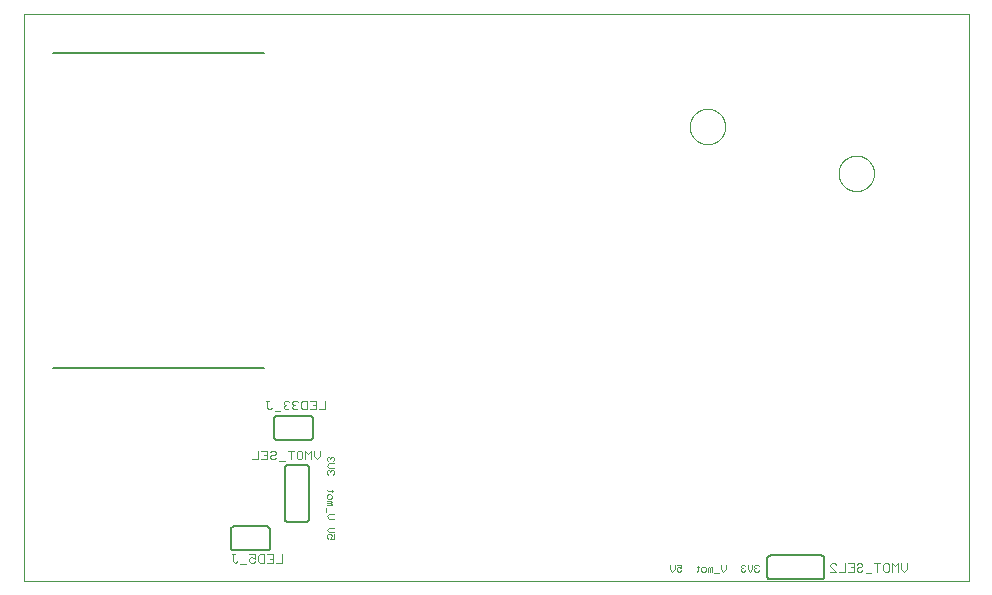
<source format=gbo>
G75*
%MOIN*%
%OFA0B0*%
%FSLAX25Y25*%
%IPPOS*%
%LPD*%
%AMOC8*
5,1,8,0,0,1.08239X$1,22.5*
%
%ADD10C,0.00000*%
%ADD11C,0.00200*%
%ADD12C,0.00600*%
%ADD13C,0.00300*%
%ADD14C,0.00500*%
D10*
X0007131Y0012652D02*
X0007131Y0201628D01*
X0322092Y0201628D01*
X0322092Y0012652D01*
X0007131Y0012652D01*
X0229164Y0164079D02*
X0229166Y0164232D01*
X0229172Y0164386D01*
X0229182Y0164539D01*
X0229196Y0164691D01*
X0229214Y0164844D01*
X0229236Y0164995D01*
X0229261Y0165146D01*
X0229291Y0165297D01*
X0229325Y0165447D01*
X0229362Y0165595D01*
X0229403Y0165743D01*
X0229448Y0165889D01*
X0229497Y0166035D01*
X0229550Y0166179D01*
X0229606Y0166321D01*
X0229666Y0166462D01*
X0229730Y0166602D01*
X0229797Y0166740D01*
X0229868Y0166876D01*
X0229943Y0167010D01*
X0230020Y0167142D01*
X0230102Y0167272D01*
X0230186Y0167400D01*
X0230274Y0167526D01*
X0230365Y0167649D01*
X0230459Y0167770D01*
X0230557Y0167888D01*
X0230657Y0168004D01*
X0230761Y0168117D01*
X0230867Y0168228D01*
X0230976Y0168336D01*
X0231088Y0168441D01*
X0231202Y0168542D01*
X0231320Y0168641D01*
X0231439Y0168737D01*
X0231561Y0168830D01*
X0231686Y0168919D01*
X0231813Y0169006D01*
X0231942Y0169088D01*
X0232073Y0169168D01*
X0232206Y0169244D01*
X0232341Y0169317D01*
X0232478Y0169386D01*
X0232617Y0169451D01*
X0232757Y0169513D01*
X0232899Y0169571D01*
X0233042Y0169626D01*
X0233187Y0169677D01*
X0233333Y0169724D01*
X0233480Y0169767D01*
X0233628Y0169806D01*
X0233777Y0169842D01*
X0233927Y0169873D01*
X0234078Y0169901D01*
X0234229Y0169925D01*
X0234382Y0169945D01*
X0234534Y0169961D01*
X0234687Y0169973D01*
X0234840Y0169981D01*
X0234993Y0169985D01*
X0235147Y0169985D01*
X0235300Y0169981D01*
X0235453Y0169973D01*
X0235606Y0169961D01*
X0235758Y0169945D01*
X0235911Y0169925D01*
X0236062Y0169901D01*
X0236213Y0169873D01*
X0236363Y0169842D01*
X0236512Y0169806D01*
X0236660Y0169767D01*
X0236807Y0169724D01*
X0236953Y0169677D01*
X0237098Y0169626D01*
X0237241Y0169571D01*
X0237383Y0169513D01*
X0237523Y0169451D01*
X0237662Y0169386D01*
X0237799Y0169317D01*
X0237934Y0169244D01*
X0238067Y0169168D01*
X0238198Y0169088D01*
X0238327Y0169006D01*
X0238454Y0168919D01*
X0238579Y0168830D01*
X0238701Y0168737D01*
X0238820Y0168641D01*
X0238938Y0168542D01*
X0239052Y0168441D01*
X0239164Y0168336D01*
X0239273Y0168228D01*
X0239379Y0168117D01*
X0239483Y0168004D01*
X0239583Y0167888D01*
X0239681Y0167770D01*
X0239775Y0167649D01*
X0239866Y0167526D01*
X0239954Y0167400D01*
X0240038Y0167272D01*
X0240120Y0167142D01*
X0240197Y0167010D01*
X0240272Y0166876D01*
X0240343Y0166740D01*
X0240410Y0166602D01*
X0240474Y0166462D01*
X0240534Y0166321D01*
X0240590Y0166179D01*
X0240643Y0166035D01*
X0240692Y0165889D01*
X0240737Y0165743D01*
X0240778Y0165595D01*
X0240815Y0165447D01*
X0240849Y0165297D01*
X0240879Y0165146D01*
X0240904Y0164995D01*
X0240926Y0164844D01*
X0240944Y0164691D01*
X0240958Y0164539D01*
X0240968Y0164386D01*
X0240974Y0164232D01*
X0240976Y0164079D01*
X0240974Y0163926D01*
X0240968Y0163772D01*
X0240958Y0163619D01*
X0240944Y0163467D01*
X0240926Y0163314D01*
X0240904Y0163163D01*
X0240879Y0163012D01*
X0240849Y0162861D01*
X0240815Y0162711D01*
X0240778Y0162563D01*
X0240737Y0162415D01*
X0240692Y0162269D01*
X0240643Y0162123D01*
X0240590Y0161979D01*
X0240534Y0161837D01*
X0240474Y0161696D01*
X0240410Y0161556D01*
X0240343Y0161418D01*
X0240272Y0161282D01*
X0240197Y0161148D01*
X0240120Y0161016D01*
X0240038Y0160886D01*
X0239954Y0160758D01*
X0239866Y0160632D01*
X0239775Y0160509D01*
X0239681Y0160388D01*
X0239583Y0160270D01*
X0239483Y0160154D01*
X0239379Y0160041D01*
X0239273Y0159930D01*
X0239164Y0159822D01*
X0239052Y0159717D01*
X0238938Y0159616D01*
X0238820Y0159517D01*
X0238701Y0159421D01*
X0238579Y0159328D01*
X0238454Y0159239D01*
X0238327Y0159152D01*
X0238198Y0159070D01*
X0238067Y0158990D01*
X0237934Y0158914D01*
X0237799Y0158841D01*
X0237662Y0158772D01*
X0237523Y0158707D01*
X0237383Y0158645D01*
X0237241Y0158587D01*
X0237098Y0158532D01*
X0236953Y0158481D01*
X0236807Y0158434D01*
X0236660Y0158391D01*
X0236512Y0158352D01*
X0236363Y0158316D01*
X0236213Y0158285D01*
X0236062Y0158257D01*
X0235911Y0158233D01*
X0235758Y0158213D01*
X0235606Y0158197D01*
X0235453Y0158185D01*
X0235300Y0158177D01*
X0235147Y0158173D01*
X0234993Y0158173D01*
X0234840Y0158177D01*
X0234687Y0158185D01*
X0234534Y0158197D01*
X0234382Y0158213D01*
X0234229Y0158233D01*
X0234078Y0158257D01*
X0233927Y0158285D01*
X0233777Y0158316D01*
X0233628Y0158352D01*
X0233480Y0158391D01*
X0233333Y0158434D01*
X0233187Y0158481D01*
X0233042Y0158532D01*
X0232899Y0158587D01*
X0232757Y0158645D01*
X0232617Y0158707D01*
X0232478Y0158772D01*
X0232341Y0158841D01*
X0232206Y0158914D01*
X0232073Y0158990D01*
X0231942Y0159070D01*
X0231813Y0159152D01*
X0231686Y0159239D01*
X0231561Y0159328D01*
X0231439Y0159421D01*
X0231320Y0159517D01*
X0231202Y0159616D01*
X0231088Y0159717D01*
X0230976Y0159822D01*
X0230867Y0159930D01*
X0230761Y0160041D01*
X0230657Y0160154D01*
X0230557Y0160270D01*
X0230459Y0160388D01*
X0230365Y0160509D01*
X0230274Y0160632D01*
X0230186Y0160758D01*
X0230102Y0160886D01*
X0230020Y0161016D01*
X0229943Y0161148D01*
X0229868Y0161282D01*
X0229797Y0161418D01*
X0229730Y0161556D01*
X0229666Y0161696D01*
X0229606Y0161837D01*
X0229550Y0161979D01*
X0229497Y0162123D01*
X0229448Y0162269D01*
X0229403Y0162415D01*
X0229362Y0162563D01*
X0229325Y0162711D01*
X0229291Y0162861D01*
X0229261Y0163012D01*
X0229236Y0163163D01*
X0229214Y0163314D01*
X0229196Y0163467D01*
X0229182Y0163619D01*
X0229172Y0163772D01*
X0229166Y0163926D01*
X0229164Y0164079D01*
X0278785Y0148479D02*
X0278787Y0148632D01*
X0278793Y0148786D01*
X0278803Y0148939D01*
X0278817Y0149091D01*
X0278835Y0149244D01*
X0278857Y0149395D01*
X0278882Y0149546D01*
X0278912Y0149697D01*
X0278946Y0149847D01*
X0278983Y0149995D01*
X0279024Y0150143D01*
X0279069Y0150289D01*
X0279118Y0150435D01*
X0279171Y0150579D01*
X0279227Y0150721D01*
X0279287Y0150862D01*
X0279351Y0151002D01*
X0279418Y0151140D01*
X0279489Y0151276D01*
X0279564Y0151410D01*
X0279641Y0151542D01*
X0279723Y0151672D01*
X0279807Y0151800D01*
X0279895Y0151926D01*
X0279986Y0152049D01*
X0280080Y0152170D01*
X0280178Y0152288D01*
X0280278Y0152404D01*
X0280382Y0152517D01*
X0280488Y0152628D01*
X0280597Y0152736D01*
X0280709Y0152841D01*
X0280823Y0152942D01*
X0280941Y0153041D01*
X0281060Y0153137D01*
X0281182Y0153230D01*
X0281307Y0153319D01*
X0281434Y0153406D01*
X0281563Y0153488D01*
X0281694Y0153568D01*
X0281827Y0153644D01*
X0281962Y0153717D01*
X0282099Y0153786D01*
X0282238Y0153851D01*
X0282378Y0153913D01*
X0282520Y0153971D01*
X0282663Y0154026D01*
X0282808Y0154077D01*
X0282954Y0154124D01*
X0283101Y0154167D01*
X0283249Y0154206D01*
X0283398Y0154242D01*
X0283548Y0154273D01*
X0283699Y0154301D01*
X0283850Y0154325D01*
X0284003Y0154345D01*
X0284155Y0154361D01*
X0284308Y0154373D01*
X0284461Y0154381D01*
X0284614Y0154385D01*
X0284768Y0154385D01*
X0284921Y0154381D01*
X0285074Y0154373D01*
X0285227Y0154361D01*
X0285379Y0154345D01*
X0285532Y0154325D01*
X0285683Y0154301D01*
X0285834Y0154273D01*
X0285984Y0154242D01*
X0286133Y0154206D01*
X0286281Y0154167D01*
X0286428Y0154124D01*
X0286574Y0154077D01*
X0286719Y0154026D01*
X0286862Y0153971D01*
X0287004Y0153913D01*
X0287144Y0153851D01*
X0287283Y0153786D01*
X0287420Y0153717D01*
X0287555Y0153644D01*
X0287688Y0153568D01*
X0287819Y0153488D01*
X0287948Y0153406D01*
X0288075Y0153319D01*
X0288200Y0153230D01*
X0288322Y0153137D01*
X0288441Y0153041D01*
X0288559Y0152942D01*
X0288673Y0152841D01*
X0288785Y0152736D01*
X0288894Y0152628D01*
X0289000Y0152517D01*
X0289104Y0152404D01*
X0289204Y0152288D01*
X0289302Y0152170D01*
X0289396Y0152049D01*
X0289487Y0151926D01*
X0289575Y0151800D01*
X0289659Y0151672D01*
X0289741Y0151542D01*
X0289818Y0151410D01*
X0289893Y0151276D01*
X0289964Y0151140D01*
X0290031Y0151002D01*
X0290095Y0150862D01*
X0290155Y0150721D01*
X0290211Y0150579D01*
X0290264Y0150435D01*
X0290313Y0150289D01*
X0290358Y0150143D01*
X0290399Y0149995D01*
X0290436Y0149847D01*
X0290470Y0149697D01*
X0290500Y0149546D01*
X0290525Y0149395D01*
X0290547Y0149244D01*
X0290565Y0149091D01*
X0290579Y0148939D01*
X0290589Y0148786D01*
X0290595Y0148632D01*
X0290597Y0148479D01*
X0290595Y0148326D01*
X0290589Y0148172D01*
X0290579Y0148019D01*
X0290565Y0147867D01*
X0290547Y0147714D01*
X0290525Y0147563D01*
X0290500Y0147412D01*
X0290470Y0147261D01*
X0290436Y0147111D01*
X0290399Y0146963D01*
X0290358Y0146815D01*
X0290313Y0146669D01*
X0290264Y0146523D01*
X0290211Y0146379D01*
X0290155Y0146237D01*
X0290095Y0146096D01*
X0290031Y0145956D01*
X0289964Y0145818D01*
X0289893Y0145682D01*
X0289818Y0145548D01*
X0289741Y0145416D01*
X0289659Y0145286D01*
X0289575Y0145158D01*
X0289487Y0145032D01*
X0289396Y0144909D01*
X0289302Y0144788D01*
X0289204Y0144670D01*
X0289104Y0144554D01*
X0289000Y0144441D01*
X0288894Y0144330D01*
X0288785Y0144222D01*
X0288673Y0144117D01*
X0288559Y0144016D01*
X0288441Y0143917D01*
X0288322Y0143821D01*
X0288200Y0143728D01*
X0288075Y0143639D01*
X0287948Y0143552D01*
X0287819Y0143470D01*
X0287688Y0143390D01*
X0287555Y0143314D01*
X0287420Y0143241D01*
X0287283Y0143172D01*
X0287144Y0143107D01*
X0287004Y0143045D01*
X0286862Y0142987D01*
X0286719Y0142932D01*
X0286574Y0142881D01*
X0286428Y0142834D01*
X0286281Y0142791D01*
X0286133Y0142752D01*
X0285984Y0142716D01*
X0285834Y0142685D01*
X0285683Y0142657D01*
X0285532Y0142633D01*
X0285379Y0142613D01*
X0285227Y0142597D01*
X0285074Y0142585D01*
X0284921Y0142577D01*
X0284768Y0142573D01*
X0284614Y0142573D01*
X0284461Y0142577D01*
X0284308Y0142585D01*
X0284155Y0142597D01*
X0284003Y0142613D01*
X0283850Y0142633D01*
X0283699Y0142657D01*
X0283548Y0142685D01*
X0283398Y0142716D01*
X0283249Y0142752D01*
X0283101Y0142791D01*
X0282954Y0142834D01*
X0282808Y0142881D01*
X0282663Y0142932D01*
X0282520Y0142987D01*
X0282378Y0143045D01*
X0282238Y0143107D01*
X0282099Y0143172D01*
X0281962Y0143241D01*
X0281827Y0143314D01*
X0281694Y0143390D01*
X0281563Y0143470D01*
X0281434Y0143552D01*
X0281307Y0143639D01*
X0281182Y0143728D01*
X0281060Y0143821D01*
X0280941Y0143917D01*
X0280823Y0144016D01*
X0280709Y0144117D01*
X0280597Y0144222D01*
X0280488Y0144330D01*
X0280382Y0144441D01*
X0280278Y0144554D01*
X0280178Y0144670D01*
X0280080Y0144788D01*
X0279986Y0144909D01*
X0279895Y0145032D01*
X0279807Y0145158D01*
X0279723Y0145286D01*
X0279641Y0145416D01*
X0279564Y0145548D01*
X0279489Y0145682D01*
X0279418Y0145818D01*
X0279351Y0145956D01*
X0279287Y0146096D01*
X0279227Y0146237D01*
X0279171Y0146379D01*
X0279118Y0146523D01*
X0279069Y0146669D01*
X0279024Y0146815D01*
X0278983Y0146963D01*
X0278946Y0147111D01*
X0278912Y0147261D01*
X0278882Y0147412D01*
X0278857Y0147563D01*
X0278835Y0147714D01*
X0278817Y0147867D01*
X0278803Y0148019D01*
X0278793Y0148172D01*
X0278787Y0148326D01*
X0278785Y0148479D01*
D11*
X0110515Y0053611D02*
X0110515Y0052877D01*
X0110148Y0052510D01*
X0110515Y0051769D02*
X0109047Y0051769D01*
X0108313Y0051035D01*
X0109047Y0050301D01*
X0110515Y0050301D01*
X0110148Y0049559D02*
X0109781Y0049559D01*
X0109414Y0049192D01*
X0109047Y0049559D01*
X0108680Y0049559D01*
X0108313Y0049192D01*
X0108313Y0048458D01*
X0108680Y0048091D01*
X0109414Y0048825D02*
X0109414Y0049192D01*
X0110148Y0049559D02*
X0110515Y0049192D01*
X0110515Y0048458D01*
X0110148Y0048091D01*
X0108680Y0052510D02*
X0108313Y0052877D01*
X0108313Y0053611D01*
X0108680Y0053978D01*
X0109047Y0053978D01*
X0109414Y0053611D01*
X0109414Y0053244D01*
X0109414Y0053611D02*
X0109781Y0053978D01*
X0110148Y0053978D01*
X0110515Y0053611D01*
X0109781Y0042932D02*
X0109781Y0042198D01*
X0110148Y0042565D02*
X0108680Y0042565D01*
X0108313Y0042932D01*
X0108680Y0041456D02*
X0109414Y0041456D01*
X0109781Y0041089D01*
X0109781Y0040355D01*
X0109414Y0039988D01*
X0108680Y0039988D01*
X0108313Y0040355D01*
X0108313Y0041089D01*
X0108680Y0041456D01*
X0108313Y0039246D02*
X0109414Y0039246D01*
X0109781Y0038879D01*
X0109414Y0038512D01*
X0108313Y0038512D01*
X0108313Y0037778D02*
X0109781Y0037778D01*
X0109781Y0038145D01*
X0109414Y0038512D01*
X0107946Y0037036D02*
X0107946Y0035568D01*
X0109047Y0034826D02*
X0108313Y0034092D01*
X0109047Y0033358D01*
X0110515Y0033358D01*
X0110515Y0034826D02*
X0109047Y0034826D01*
X0109047Y0030406D02*
X0108313Y0029672D01*
X0109047Y0028938D01*
X0110515Y0028938D01*
X0110515Y0028196D02*
X0110515Y0026729D01*
X0109414Y0026729D01*
X0109781Y0027463D01*
X0109781Y0027829D01*
X0109414Y0028196D01*
X0108680Y0028196D01*
X0108313Y0027829D01*
X0108313Y0027096D01*
X0108680Y0026729D01*
X0109047Y0030406D02*
X0110515Y0030406D01*
X0222677Y0017935D02*
X0222677Y0016467D01*
X0223411Y0015733D01*
X0224145Y0016467D01*
X0224145Y0017935D01*
X0224887Y0017935D02*
X0226355Y0017935D01*
X0226355Y0016834D01*
X0225621Y0017201D01*
X0225254Y0017201D01*
X0224887Y0016834D01*
X0224887Y0016100D01*
X0225254Y0015733D01*
X0225988Y0015733D01*
X0226355Y0016100D01*
X0231514Y0015733D02*
X0231881Y0016100D01*
X0231881Y0017568D01*
X0232248Y0017201D02*
X0231514Y0017201D01*
X0232990Y0016834D02*
X0233357Y0017201D01*
X0234091Y0017201D01*
X0234458Y0016834D01*
X0234458Y0016100D01*
X0234091Y0015733D01*
X0233357Y0015733D01*
X0232990Y0016100D01*
X0232990Y0016834D01*
X0235200Y0016834D02*
X0235567Y0017201D01*
X0235934Y0016834D01*
X0235934Y0015733D01*
X0236668Y0015733D02*
X0236668Y0017201D01*
X0236301Y0017201D01*
X0235934Y0016834D01*
X0235200Y0016834D02*
X0235200Y0015733D01*
X0237410Y0015366D02*
X0238878Y0015366D01*
X0239620Y0016467D02*
X0239620Y0017935D01*
X0239620Y0016467D02*
X0240354Y0015733D01*
X0241088Y0016467D01*
X0241088Y0017935D01*
X0246249Y0017568D02*
X0246249Y0017201D01*
X0246616Y0016834D01*
X0246249Y0016467D01*
X0246249Y0016100D01*
X0246616Y0015733D01*
X0247350Y0015733D01*
X0247717Y0016100D01*
X0248459Y0016467D02*
X0248459Y0017935D01*
X0247717Y0017568D02*
X0247350Y0017935D01*
X0246616Y0017935D01*
X0246249Y0017568D01*
X0246616Y0016834D02*
X0246983Y0016834D01*
X0248459Y0016467D02*
X0249193Y0015733D01*
X0249927Y0016467D01*
X0249927Y0017935D01*
X0250669Y0017568D02*
X0250669Y0017201D01*
X0251036Y0016834D01*
X0250669Y0016467D01*
X0250669Y0016100D01*
X0251036Y0015733D01*
X0251770Y0015733D01*
X0252137Y0016100D01*
X0251403Y0016834D02*
X0251036Y0016834D01*
X0250669Y0017568D02*
X0251036Y0017935D01*
X0251770Y0017935D01*
X0252137Y0017568D01*
D12*
X0255031Y0020115D02*
X0255031Y0014115D01*
X0255033Y0014055D01*
X0255038Y0013994D01*
X0255047Y0013935D01*
X0255060Y0013876D01*
X0255076Y0013817D01*
X0255096Y0013760D01*
X0255119Y0013705D01*
X0255146Y0013650D01*
X0255175Y0013598D01*
X0255208Y0013547D01*
X0255244Y0013498D01*
X0255282Y0013452D01*
X0255324Y0013408D01*
X0255368Y0013366D01*
X0255414Y0013328D01*
X0255463Y0013292D01*
X0255514Y0013259D01*
X0255566Y0013230D01*
X0255621Y0013203D01*
X0255676Y0013180D01*
X0255733Y0013160D01*
X0255792Y0013144D01*
X0255851Y0013131D01*
X0255910Y0013122D01*
X0255971Y0013117D01*
X0256031Y0013115D01*
X0273031Y0013115D01*
X0273091Y0013117D01*
X0273152Y0013122D01*
X0273211Y0013131D01*
X0273270Y0013144D01*
X0273329Y0013160D01*
X0273386Y0013180D01*
X0273441Y0013203D01*
X0273496Y0013230D01*
X0273548Y0013259D01*
X0273599Y0013292D01*
X0273648Y0013328D01*
X0273694Y0013366D01*
X0273738Y0013408D01*
X0273780Y0013452D01*
X0273818Y0013498D01*
X0273854Y0013547D01*
X0273887Y0013598D01*
X0273916Y0013650D01*
X0273943Y0013705D01*
X0273966Y0013760D01*
X0273986Y0013817D01*
X0274002Y0013876D01*
X0274015Y0013935D01*
X0274024Y0013994D01*
X0274029Y0014055D01*
X0274031Y0014115D01*
X0274031Y0020115D01*
X0274029Y0020175D01*
X0274024Y0020236D01*
X0274015Y0020295D01*
X0274002Y0020354D01*
X0273986Y0020413D01*
X0273966Y0020470D01*
X0273943Y0020525D01*
X0273916Y0020580D01*
X0273887Y0020632D01*
X0273854Y0020683D01*
X0273818Y0020732D01*
X0273780Y0020778D01*
X0273738Y0020822D01*
X0273694Y0020864D01*
X0273648Y0020902D01*
X0273599Y0020938D01*
X0273548Y0020971D01*
X0273496Y0021000D01*
X0273441Y0021027D01*
X0273386Y0021050D01*
X0273329Y0021070D01*
X0273270Y0021086D01*
X0273211Y0021099D01*
X0273152Y0021108D01*
X0273091Y0021113D01*
X0273031Y0021115D01*
X0256031Y0021115D01*
X0255971Y0021113D01*
X0255910Y0021108D01*
X0255851Y0021099D01*
X0255792Y0021086D01*
X0255733Y0021070D01*
X0255676Y0021050D01*
X0255621Y0021027D01*
X0255566Y0021000D01*
X0255514Y0020971D01*
X0255463Y0020938D01*
X0255414Y0020902D01*
X0255368Y0020864D01*
X0255324Y0020822D01*
X0255282Y0020778D01*
X0255244Y0020732D01*
X0255208Y0020683D01*
X0255175Y0020632D01*
X0255146Y0020580D01*
X0255119Y0020525D01*
X0255096Y0020470D01*
X0255076Y0020413D01*
X0255060Y0020354D01*
X0255047Y0020295D01*
X0255038Y0020236D01*
X0255033Y0020175D01*
X0255031Y0020115D01*
X0102215Y0033320D02*
X0102215Y0050320D01*
X0102213Y0050380D01*
X0102208Y0050441D01*
X0102199Y0050500D01*
X0102186Y0050559D01*
X0102170Y0050618D01*
X0102150Y0050675D01*
X0102127Y0050730D01*
X0102100Y0050785D01*
X0102071Y0050837D01*
X0102038Y0050888D01*
X0102002Y0050937D01*
X0101964Y0050983D01*
X0101922Y0051027D01*
X0101878Y0051069D01*
X0101832Y0051107D01*
X0101783Y0051143D01*
X0101732Y0051176D01*
X0101680Y0051205D01*
X0101625Y0051232D01*
X0101570Y0051255D01*
X0101513Y0051275D01*
X0101454Y0051291D01*
X0101395Y0051304D01*
X0101336Y0051313D01*
X0101275Y0051318D01*
X0101215Y0051320D01*
X0095215Y0051320D01*
X0095155Y0051318D01*
X0095094Y0051313D01*
X0095035Y0051304D01*
X0094976Y0051291D01*
X0094917Y0051275D01*
X0094860Y0051255D01*
X0094805Y0051232D01*
X0094750Y0051205D01*
X0094698Y0051176D01*
X0094647Y0051143D01*
X0094598Y0051107D01*
X0094552Y0051069D01*
X0094508Y0051027D01*
X0094466Y0050983D01*
X0094428Y0050937D01*
X0094392Y0050888D01*
X0094359Y0050837D01*
X0094330Y0050785D01*
X0094303Y0050730D01*
X0094280Y0050675D01*
X0094260Y0050618D01*
X0094244Y0050559D01*
X0094231Y0050500D01*
X0094222Y0050441D01*
X0094217Y0050380D01*
X0094215Y0050320D01*
X0094215Y0033320D01*
X0094217Y0033260D01*
X0094222Y0033199D01*
X0094231Y0033140D01*
X0094244Y0033081D01*
X0094260Y0033022D01*
X0094280Y0032965D01*
X0094303Y0032910D01*
X0094330Y0032855D01*
X0094359Y0032803D01*
X0094392Y0032752D01*
X0094428Y0032703D01*
X0094466Y0032657D01*
X0094508Y0032613D01*
X0094552Y0032571D01*
X0094598Y0032533D01*
X0094647Y0032497D01*
X0094698Y0032464D01*
X0094750Y0032435D01*
X0094805Y0032408D01*
X0094860Y0032385D01*
X0094917Y0032365D01*
X0094976Y0032349D01*
X0095035Y0032336D01*
X0095094Y0032327D01*
X0095155Y0032322D01*
X0095215Y0032320D01*
X0101215Y0032320D01*
X0101275Y0032322D01*
X0101336Y0032327D01*
X0101395Y0032336D01*
X0101454Y0032349D01*
X0101513Y0032365D01*
X0101570Y0032385D01*
X0101625Y0032408D01*
X0101680Y0032435D01*
X0101732Y0032464D01*
X0101783Y0032497D01*
X0101832Y0032533D01*
X0101878Y0032571D01*
X0101922Y0032613D01*
X0101964Y0032657D01*
X0102002Y0032703D01*
X0102038Y0032752D01*
X0102071Y0032803D01*
X0102100Y0032855D01*
X0102127Y0032910D01*
X0102150Y0032965D01*
X0102170Y0033022D01*
X0102186Y0033081D01*
X0102199Y0033140D01*
X0102208Y0033199D01*
X0102213Y0033260D01*
X0102215Y0033320D01*
X0089198Y0029778D02*
X0089198Y0023778D01*
X0089196Y0023718D01*
X0089191Y0023657D01*
X0089182Y0023598D01*
X0089169Y0023539D01*
X0089153Y0023480D01*
X0089133Y0023423D01*
X0089110Y0023368D01*
X0089083Y0023313D01*
X0089054Y0023261D01*
X0089021Y0023210D01*
X0088985Y0023161D01*
X0088947Y0023115D01*
X0088905Y0023071D01*
X0088861Y0023029D01*
X0088815Y0022991D01*
X0088766Y0022955D01*
X0088715Y0022922D01*
X0088663Y0022893D01*
X0088608Y0022866D01*
X0088553Y0022843D01*
X0088496Y0022823D01*
X0088437Y0022807D01*
X0088378Y0022794D01*
X0088319Y0022785D01*
X0088258Y0022780D01*
X0088198Y0022778D01*
X0077198Y0022778D01*
X0077138Y0022780D01*
X0077077Y0022785D01*
X0077018Y0022794D01*
X0076959Y0022807D01*
X0076900Y0022823D01*
X0076843Y0022843D01*
X0076788Y0022866D01*
X0076733Y0022893D01*
X0076681Y0022922D01*
X0076630Y0022955D01*
X0076581Y0022991D01*
X0076535Y0023029D01*
X0076491Y0023071D01*
X0076449Y0023115D01*
X0076411Y0023161D01*
X0076375Y0023210D01*
X0076342Y0023261D01*
X0076313Y0023313D01*
X0076286Y0023368D01*
X0076263Y0023423D01*
X0076243Y0023480D01*
X0076227Y0023539D01*
X0076214Y0023598D01*
X0076205Y0023657D01*
X0076200Y0023718D01*
X0076198Y0023778D01*
X0076198Y0029778D01*
X0076200Y0029838D01*
X0076205Y0029899D01*
X0076214Y0029958D01*
X0076227Y0030017D01*
X0076243Y0030076D01*
X0076263Y0030133D01*
X0076286Y0030188D01*
X0076313Y0030243D01*
X0076342Y0030295D01*
X0076375Y0030346D01*
X0076411Y0030395D01*
X0076449Y0030441D01*
X0076491Y0030485D01*
X0076535Y0030527D01*
X0076581Y0030565D01*
X0076630Y0030601D01*
X0076681Y0030634D01*
X0076733Y0030663D01*
X0076788Y0030690D01*
X0076843Y0030713D01*
X0076900Y0030733D01*
X0076959Y0030749D01*
X0077018Y0030762D01*
X0077077Y0030771D01*
X0077138Y0030776D01*
X0077198Y0030778D01*
X0088198Y0030778D01*
X0088258Y0030776D01*
X0088319Y0030771D01*
X0088378Y0030762D01*
X0088437Y0030749D01*
X0088496Y0030733D01*
X0088553Y0030713D01*
X0088608Y0030690D01*
X0088663Y0030663D01*
X0088715Y0030634D01*
X0088766Y0030601D01*
X0088815Y0030565D01*
X0088861Y0030527D01*
X0088905Y0030485D01*
X0088947Y0030441D01*
X0088985Y0030395D01*
X0089021Y0030346D01*
X0089054Y0030295D01*
X0089083Y0030243D01*
X0089110Y0030188D01*
X0089133Y0030133D01*
X0089153Y0030076D01*
X0089169Y0030017D01*
X0089182Y0029958D01*
X0089191Y0029899D01*
X0089196Y0029838D01*
X0089198Y0029778D01*
X0091631Y0059715D02*
X0102631Y0059715D01*
X0102691Y0059717D01*
X0102752Y0059722D01*
X0102811Y0059731D01*
X0102870Y0059744D01*
X0102929Y0059760D01*
X0102986Y0059780D01*
X0103041Y0059803D01*
X0103096Y0059830D01*
X0103148Y0059859D01*
X0103199Y0059892D01*
X0103248Y0059928D01*
X0103294Y0059966D01*
X0103338Y0060008D01*
X0103380Y0060052D01*
X0103418Y0060098D01*
X0103454Y0060147D01*
X0103487Y0060198D01*
X0103516Y0060250D01*
X0103543Y0060305D01*
X0103566Y0060360D01*
X0103586Y0060417D01*
X0103602Y0060476D01*
X0103615Y0060535D01*
X0103624Y0060594D01*
X0103629Y0060655D01*
X0103631Y0060715D01*
X0103631Y0066715D01*
X0103629Y0066775D01*
X0103624Y0066836D01*
X0103615Y0066895D01*
X0103602Y0066954D01*
X0103586Y0067013D01*
X0103566Y0067070D01*
X0103543Y0067125D01*
X0103516Y0067180D01*
X0103487Y0067232D01*
X0103454Y0067283D01*
X0103418Y0067332D01*
X0103380Y0067378D01*
X0103338Y0067422D01*
X0103294Y0067464D01*
X0103248Y0067502D01*
X0103199Y0067538D01*
X0103148Y0067571D01*
X0103096Y0067600D01*
X0103041Y0067627D01*
X0102986Y0067650D01*
X0102929Y0067670D01*
X0102870Y0067686D01*
X0102811Y0067699D01*
X0102752Y0067708D01*
X0102691Y0067713D01*
X0102631Y0067715D01*
X0091631Y0067715D01*
X0091571Y0067713D01*
X0091510Y0067708D01*
X0091451Y0067699D01*
X0091392Y0067686D01*
X0091333Y0067670D01*
X0091276Y0067650D01*
X0091221Y0067627D01*
X0091166Y0067600D01*
X0091114Y0067571D01*
X0091063Y0067538D01*
X0091014Y0067502D01*
X0090968Y0067464D01*
X0090924Y0067422D01*
X0090882Y0067378D01*
X0090844Y0067332D01*
X0090808Y0067283D01*
X0090775Y0067232D01*
X0090746Y0067180D01*
X0090719Y0067125D01*
X0090696Y0067070D01*
X0090676Y0067013D01*
X0090660Y0066954D01*
X0090647Y0066895D01*
X0090638Y0066836D01*
X0090633Y0066775D01*
X0090631Y0066715D01*
X0090631Y0060715D01*
X0090633Y0060655D01*
X0090638Y0060594D01*
X0090647Y0060535D01*
X0090660Y0060476D01*
X0090676Y0060417D01*
X0090696Y0060360D01*
X0090719Y0060305D01*
X0090746Y0060250D01*
X0090775Y0060198D01*
X0090808Y0060147D01*
X0090844Y0060098D01*
X0090882Y0060052D01*
X0090924Y0060008D01*
X0090968Y0059966D01*
X0091014Y0059928D01*
X0091063Y0059892D01*
X0091114Y0059859D01*
X0091166Y0059830D01*
X0091221Y0059803D01*
X0091276Y0059780D01*
X0091333Y0059760D01*
X0091392Y0059744D01*
X0091451Y0059731D01*
X0091510Y0059722D01*
X0091571Y0059717D01*
X0091631Y0059715D01*
D13*
X0090732Y0056051D02*
X0091216Y0055567D01*
X0091216Y0055083D01*
X0090732Y0054600D01*
X0089764Y0054600D01*
X0089281Y0054116D01*
X0089281Y0053632D01*
X0089764Y0053148D01*
X0090732Y0053148D01*
X0091216Y0053632D01*
X0092227Y0052665D02*
X0094162Y0052665D01*
X0096141Y0053148D02*
X0096141Y0056051D01*
X0095174Y0056051D02*
X0097109Y0056051D01*
X0098120Y0055567D02*
X0098604Y0056051D01*
X0099571Y0056051D01*
X0100055Y0055567D01*
X0100055Y0053632D01*
X0099571Y0053148D01*
X0098604Y0053148D01*
X0098120Y0053632D01*
X0098120Y0055567D01*
X0101067Y0056051D02*
X0101067Y0053148D01*
X0103002Y0053148D02*
X0103002Y0056051D01*
X0102034Y0055083D01*
X0101067Y0056051D01*
X0104013Y0056051D02*
X0104013Y0054116D01*
X0104981Y0053148D01*
X0105948Y0054116D01*
X0105948Y0056051D01*
X0090732Y0056051D02*
X0089764Y0056051D01*
X0089281Y0055567D01*
X0088269Y0056051D02*
X0088269Y0053148D01*
X0086334Y0053148D01*
X0085323Y0053148D02*
X0085323Y0056051D01*
X0086334Y0056051D02*
X0088269Y0056051D01*
X0088269Y0054600D02*
X0087302Y0054600D01*
X0085323Y0053148D02*
X0083388Y0053148D01*
X0088835Y0069765D02*
X0088351Y0070249D01*
X0088351Y0072667D01*
X0088835Y0072667D02*
X0087867Y0072667D01*
X0089802Y0070249D02*
X0089319Y0069765D01*
X0088835Y0069765D01*
X0090814Y0069281D02*
X0092749Y0069281D01*
X0093760Y0070249D02*
X0094244Y0069765D01*
X0095212Y0069765D01*
X0095695Y0070249D01*
X0096707Y0070249D02*
X0097191Y0069765D01*
X0098158Y0069765D01*
X0098642Y0070249D01*
X0099653Y0070249D02*
X0100137Y0069765D01*
X0101588Y0069765D01*
X0101588Y0072667D01*
X0100137Y0072667D01*
X0099653Y0072184D01*
X0099653Y0070249D01*
X0098642Y0072184D02*
X0098158Y0072667D01*
X0097191Y0072667D01*
X0096707Y0072184D01*
X0096707Y0071700D01*
X0097191Y0071216D01*
X0096707Y0070732D01*
X0096707Y0070249D01*
X0097191Y0071216D02*
X0097674Y0071216D01*
X0095695Y0072184D02*
X0095212Y0072667D01*
X0094244Y0072667D01*
X0093760Y0072184D01*
X0093760Y0071700D01*
X0094244Y0071216D01*
X0093760Y0070732D01*
X0093760Y0070249D01*
X0094244Y0071216D02*
X0094728Y0071216D01*
X0102600Y0069765D02*
X0104535Y0069765D01*
X0104535Y0072667D01*
X0102600Y0072667D01*
X0103567Y0071216D02*
X0104535Y0071216D01*
X0105547Y0069765D02*
X0107481Y0069765D01*
X0107481Y0072667D01*
X0093128Y0021530D02*
X0093128Y0018628D01*
X0091193Y0018628D01*
X0090181Y0018628D02*
X0088246Y0018628D01*
X0087234Y0018628D02*
X0085783Y0018628D01*
X0085300Y0019112D01*
X0085300Y0021047D01*
X0085783Y0021530D01*
X0087234Y0021530D01*
X0087234Y0018628D01*
X0089214Y0020079D02*
X0090181Y0020079D01*
X0090181Y0021530D02*
X0090181Y0018628D01*
X0090181Y0021530D02*
X0088246Y0021530D01*
X0084288Y0021530D02*
X0084288Y0020079D01*
X0083320Y0020563D01*
X0082837Y0020563D01*
X0082353Y0020079D01*
X0082353Y0019112D01*
X0082837Y0018628D01*
X0083804Y0018628D01*
X0084288Y0019112D01*
X0084288Y0021530D02*
X0082353Y0021530D01*
X0078395Y0019112D02*
X0077911Y0018628D01*
X0077427Y0018628D01*
X0076944Y0019112D01*
X0076944Y0021530D01*
X0077427Y0021530D02*
X0076460Y0021530D01*
X0079406Y0018144D02*
X0081341Y0018144D01*
X0275974Y0018084D02*
X0276458Y0018567D01*
X0277426Y0018567D01*
X0277909Y0018084D01*
X0275974Y0018084D02*
X0275974Y0017600D01*
X0277909Y0015665D01*
X0275974Y0015665D01*
X0278921Y0015665D02*
X0280856Y0015665D01*
X0280856Y0018567D01*
X0281867Y0018567D02*
X0283802Y0018567D01*
X0283802Y0015665D01*
X0281867Y0015665D01*
X0282835Y0017116D02*
X0283802Y0017116D01*
X0284814Y0016632D02*
X0285298Y0017116D01*
X0286265Y0017116D01*
X0286749Y0017600D01*
X0286749Y0018084D01*
X0286265Y0018567D01*
X0285298Y0018567D01*
X0284814Y0018084D01*
X0284814Y0016632D02*
X0284814Y0016149D01*
X0285298Y0015665D01*
X0286265Y0015665D01*
X0286749Y0016149D01*
X0287760Y0015181D02*
X0289695Y0015181D01*
X0291674Y0015665D02*
X0291674Y0018567D01*
X0290707Y0018567D02*
X0292642Y0018567D01*
X0293653Y0018084D02*
X0293653Y0016149D01*
X0294137Y0015665D01*
X0295105Y0015665D01*
X0295588Y0016149D01*
X0295588Y0018084D01*
X0295105Y0018567D01*
X0294137Y0018567D01*
X0293653Y0018084D01*
X0296600Y0018567D02*
X0296600Y0015665D01*
X0298535Y0015665D02*
X0298535Y0018567D01*
X0297567Y0017600D01*
X0296600Y0018567D01*
X0299547Y0018567D02*
X0299547Y0016632D01*
X0300514Y0015665D01*
X0301481Y0016632D01*
X0301481Y0018567D01*
D14*
X0087131Y0083715D02*
X0017053Y0083715D01*
X0017053Y0188715D02*
X0087131Y0188715D01*
M02*

</source>
